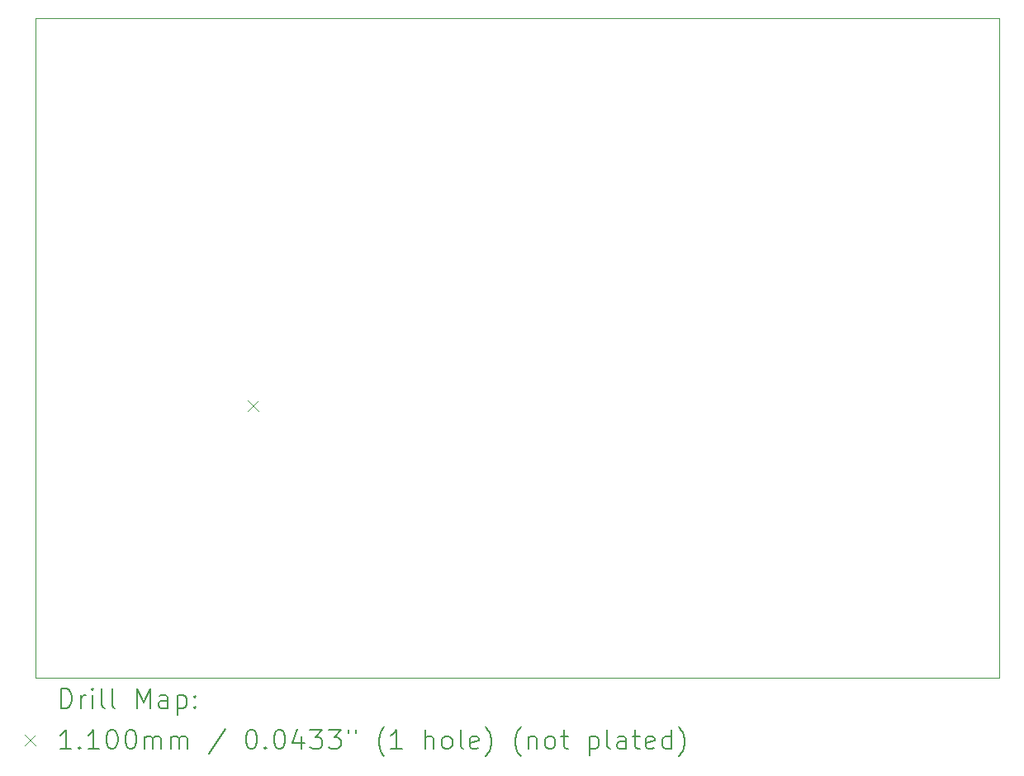
<source format=gbr>
%TF.GenerationSoftware,KiCad,Pcbnew,8.0.5*%
%TF.CreationDate,2025-06-09T19:54:07-04:00*%
%TF.ProjectId,fmcw_pcb,666d6377-5f70-4636-922e-6b696361645f,rev?*%
%TF.SameCoordinates,Original*%
%TF.FileFunction,Drillmap*%
%TF.FilePolarity,Positive*%
%FSLAX45Y45*%
G04 Gerber Fmt 4.5, Leading zero omitted, Abs format (unit mm)*
G04 Created by KiCad (PCBNEW 8.0.5) date 2025-06-09 19:54:07*
%MOMM*%
%LPD*%
G01*
G04 APERTURE LIST*
%ADD10C,0.050000*%
%ADD11C,0.200000*%
%ADD12C,0.110000*%
G04 APERTURE END LIST*
D10*
X4930000Y-7020000D02*
X14810000Y-7020000D01*
X14810000Y-13780000D01*
X4930000Y-13780000D01*
X4930000Y-7020000D01*
D11*
D12*
X7104180Y-10941000D02*
X7214180Y-11051000D01*
X7214180Y-10941000D02*
X7104180Y-11051000D01*
D11*
X5188277Y-14093984D02*
X5188277Y-13893984D01*
X5188277Y-13893984D02*
X5235896Y-13893984D01*
X5235896Y-13893984D02*
X5264467Y-13903508D01*
X5264467Y-13903508D02*
X5283515Y-13922555D01*
X5283515Y-13922555D02*
X5293039Y-13941603D01*
X5293039Y-13941603D02*
X5302563Y-13979698D01*
X5302563Y-13979698D02*
X5302563Y-14008269D01*
X5302563Y-14008269D02*
X5293039Y-14046365D01*
X5293039Y-14046365D02*
X5283515Y-14065412D01*
X5283515Y-14065412D02*
X5264467Y-14084460D01*
X5264467Y-14084460D02*
X5235896Y-14093984D01*
X5235896Y-14093984D02*
X5188277Y-14093984D01*
X5388277Y-14093984D02*
X5388277Y-13960650D01*
X5388277Y-13998746D02*
X5397801Y-13979698D01*
X5397801Y-13979698D02*
X5407324Y-13970174D01*
X5407324Y-13970174D02*
X5426372Y-13960650D01*
X5426372Y-13960650D02*
X5445420Y-13960650D01*
X5512086Y-14093984D02*
X5512086Y-13960650D01*
X5512086Y-13893984D02*
X5502563Y-13903508D01*
X5502563Y-13903508D02*
X5512086Y-13913031D01*
X5512086Y-13913031D02*
X5521610Y-13903508D01*
X5521610Y-13903508D02*
X5512086Y-13893984D01*
X5512086Y-13893984D02*
X5512086Y-13913031D01*
X5635896Y-14093984D02*
X5616848Y-14084460D01*
X5616848Y-14084460D02*
X5607324Y-14065412D01*
X5607324Y-14065412D02*
X5607324Y-13893984D01*
X5740658Y-14093984D02*
X5721610Y-14084460D01*
X5721610Y-14084460D02*
X5712086Y-14065412D01*
X5712086Y-14065412D02*
X5712086Y-13893984D01*
X5969229Y-14093984D02*
X5969229Y-13893984D01*
X5969229Y-13893984D02*
X6035896Y-14036841D01*
X6035896Y-14036841D02*
X6102562Y-13893984D01*
X6102562Y-13893984D02*
X6102562Y-14093984D01*
X6283515Y-14093984D02*
X6283515Y-13989222D01*
X6283515Y-13989222D02*
X6273991Y-13970174D01*
X6273991Y-13970174D02*
X6254943Y-13960650D01*
X6254943Y-13960650D02*
X6216848Y-13960650D01*
X6216848Y-13960650D02*
X6197801Y-13970174D01*
X6283515Y-14084460D02*
X6264467Y-14093984D01*
X6264467Y-14093984D02*
X6216848Y-14093984D01*
X6216848Y-14093984D02*
X6197801Y-14084460D01*
X6197801Y-14084460D02*
X6188277Y-14065412D01*
X6188277Y-14065412D02*
X6188277Y-14046365D01*
X6188277Y-14046365D02*
X6197801Y-14027317D01*
X6197801Y-14027317D02*
X6216848Y-14017793D01*
X6216848Y-14017793D02*
X6264467Y-14017793D01*
X6264467Y-14017793D02*
X6283515Y-14008269D01*
X6378753Y-13960650D02*
X6378753Y-14160650D01*
X6378753Y-13970174D02*
X6397801Y-13960650D01*
X6397801Y-13960650D02*
X6435896Y-13960650D01*
X6435896Y-13960650D02*
X6454943Y-13970174D01*
X6454943Y-13970174D02*
X6464467Y-13979698D01*
X6464467Y-13979698D02*
X6473991Y-13998746D01*
X6473991Y-13998746D02*
X6473991Y-14055888D01*
X6473991Y-14055888D02*
X6464467Y-14074936D01*
X6464467Y-14074936D02*
X6454943Y-14084460D01*
X6454943Y-14084460D02*
X6435896Y-14093984D01*
X6435896Y-14093984D02*
X6397801Y-14093984D01*
X6397801Y-14093984D02*
X6378753Y-14084460D01*
X6559705Y-14074936D02*
X6569229Y-14084460D01*
X6569229Y-14084460D02*
X6559705Y-14093984D01*
X6559705Y-14093984D02*
X6550182Y-14084460D01*
X6550182Y-14084460D02*
X6559705Y-14074936D01*
X6559705Y-14074936D02*
X6559705Y-14093984D01*
X6559705Y-13970174D02*
X6569229Y-13979698D01*
X6569229Y-13979698D02*
X6559705Y-13989222D01*
X6559705Y-13989222D02*
X6550182Y-13979698D01*
X6550182Y-13979698D02*
X6559705Y-13970174D01*
X6559705Y-13970174D02*
X6559705Y-13989222D01*
D12*
X4817500Y-14367500D02*
X4927500Y-14477500D01*
X4927500Y-14367500D02*
X4817500Y-14477500D01*
D11*
X5293039Y-14513984D02*
X5178753Y-14513984D01*
X5235896Y-14513984D02*
X5235896Y-14313984D01*
X5235896Y-14313984D02*
X5216848Y-14342555D01*
X5216848Y-14342555D02*
X5197801Y-14361603D01*
X5197801Y-14361603D02*
X5178753Y-14371127D01*
X5378753Y-14494936D02*
X5388277Y-14504460D01*
X5388277Y-14504460D02*
X5378753Y-14513984D01*
X5378753Y-14513984D02*
X5369229Y-14504460D01*
X5369229Y-14504460D02*
X5378753Y-14494936D01*
X5378753Y-14494936D02*
X5378753Y-14513984D01*
X5578753Y-14513984D02*
X5464467Y-14513984D01*
X5521610Y-14513984D02*
X5521610Y-14313984D01*
X5521610Y-14313984D02*
X5502563Y-14342555D01*
X5502563Y-14342555D02*
X5483515Y-14361603D01*
X5483515Y-14361603D02*
X5464467Y-14371127D01*
X5702562Y-14313984D02*
X5721610Y-14313984D01*
X5721610Y-14313984D02*
X5740658Y-14323508D01*
X5740658Y-14323508D02*
X5750182Y-14333031D01*
X5750182Y-14333031D02*
X5759705Y-14352079D01*
X5759705Y-14352079D02*
X5769229Y-14390174D01*
X5769229Y-14390174D02*
X5769229Y-14437793D01*
X5769229Y-14437793D02*
X5759705Y-14475888D01*
X5759705Y-14475888D02*
X5750182Y-14494936D01*
X5750182Y-14494936D02*
X5740658Y-14504460D01*
X5740658Y-14504460D02*
X5721610Y-14513984D01*
X5721610Y-14513984D02*
X5702562Y-14513984D01*
X5702562Y-14513984D02*
X5683515Y-14504460D01*
X5683515Y-14504460D02*
X5673991Y-14494936D01*
X5673991Y-14494936D02*
X5664467Y-14475888D01*
X5664467Y-14475888D02*
X5654943Y-14437793D01*
X5654943Y-14437793D02*
X5654943Y-14390174D01*
X5654943Y-14390174D02*
X5664467Y-14352079D01*
X5664467Y-14352079D02*
X5673991Y-14333031D01*
X5673991Y-14333031D02*
X5683515Y-14323508D01*
X5683515Y-14323508D02*
X5702562Y-14313984D01*
X5893039Y-14313984D02*
X5912086Y-14313984D01*
X5912086Y-14313984D02*
X5931134Y-14323508D01*
X5931134Y-14323508D02*
X5940658Y-14333031D01*
X5940658Y-14333031D02*
X5950182Y-14352079D01*
X5950182Y-14352079D02*
X5959705Y-14390174D01*
X5959705Y-14390174D02*
X5959705Y-14437793D01*
X5959705Y-14437793D02*
X5950182Y-14475888D01*
X5950182Y-14475888D02*
X5940658Y-14494936D01*
X5940658Y-14494936D02*
X5931134Y-14504460D01*
X5931134Y-14504460D02*
X5912086Y-14513984D01*
X5912086Y-14513984D02*
X5893039Y-14513984D01*
X5893039Y-14513984D02*
X5873991Y-14504460D01*
X5873991Y-14504460D02*
X5864467Y-14494936D01*
X5864467Y-14494936D02*
X5854943Y-14475888D01*
X5854943Y-14475888D02*
X5845420Y-14437793D01*
X5845420Y-14437793D02*
X5845420Y-14390174D01*
X5845420Y-14390174D02*
X5854943Y-14352079D01*
X5854943Y-14352079D02*
X5864467Y-14333031D01*
X5864467Y-14333031D02*
X5873991Y-14323508D01*
X5873991Y-14323508D02*
X5893039Y-14313984D01*
X6045420Y-14513984D02*
X6045420Y-14380650D01*
X6045420Y-14399698D02*
X6054943Y-14390174D01*
X6054943Y-14390174D02*
X6073991Y-14380650D01*
X6073991Y-14380650D02*
X6102563Y-14380650D01*
X6102563Y-14380650D02*
X6121610Y-14390174D01*
X6121610Y-14390174D02*
X6131134Y-14409222D01*
X6131134Y-14409222D02*
X6131134Y-14513984D01*
X6131134Y-14409222D02*
X6140658Y-14390174D01*
X6140658Y-14390174D02*
X6159705Y-14380650D01*
X6159705Y-14380650D02*
X6188277Y-14380650D01*
X6188277Y-14380650D02*
X6207324Y-14390174D01*
X6207324Y-14390174D02*
X6216848Y-14409222D01*
X6216848Y-14409222D02*
X6216848Y-14513984D01*
X6312086Y-14513984D02*
X6312086Y-14380650D01*
X6312086Y-14399698D02*
X6321610Y-14390174D01*
X6321610Y-14390174D02*
X6340658Y-14380650D01*
X6340658Y-14380650D02*
X6369229Y-14380650D01*
X6369229Y-14380650D02*
X6388277Y-14390174D01*
X6388277Y-14390174D02*
X6397801Y-14409222D01*
X6397801Y-14409222D02*
X6397801Y-14513984D01*
X6397801Y-14409222D02*
X6407324Y-14390174D01*
X6407324Y-14390174D02*
X6426372Y-14380650D01*
X6426372Y-14380650D02*
X6454943Y-14380650D01*
X6454943Y-14380650D02*
X6473991Y-14390174D01*
X6473991Y-14390174D02*
X6483515Y-14409222D01*
X6483515Y-14409222D02*
X6483515Y-14513984D01*
X6873991Y-14304460D02*
X6702563Y-14561603D01*
X7131134Y-14313984D02*
X7150182Y-14313984D01*
X7150182Y-14313984D02*
X7169229Y-14323508D01*
X7169229Y-14323508D02*
X7178753Y-14333031D01*
X7178753Y-14333031D02*
X7188277Y-14352079D01*
X7188277Y-14352079D02*
X7197801Y-14390174D01*
X7197801Y-14390174D02*
X7197801Y-14437793D01*
X7197801Y-14437793D02*
X7188277Y-14475888D01*
X7188277Y-14475888D02*
X7178753Y-14494936D01*
X7178753Y-14494936D02*
X7169229Y-14504460D01*
X7169229Y-14504460D02*
X7150182Y-14513984D01*
X7150182Y-14513984D02*
X7131134Y-14513984D01*
X7131134Y-14513984D02*
X7112086Y-14504460D01*
X7112086Y-14504460D02*
X7102563Y-14494936D01*
X7102563Y-14494936D02*
X7093039Y-14475888D01*
X7093039Y-14475888D02*
X7083515Y-14437793D01*
X7083515Y-14437793D02*
X7083515Y-14390174D01*
X7083515Y-14390174D02*
X7093039Y-14352079D01*
X7093039Y-14352079D02*
X7102563Y-14333031D01*
X7102563Y-14333031D02*
X7112086Y-14323508D01*
X7112086Y-14323508D02*
X7131134Y-14313984D01*
X7283515Y-14494936D02*
X7293039Y-14504460D01*
X7293039Y-14504460D02*
X7283515Y-14513984D01*
X7283515Y-14513984D02*
X7273991Y-14504460D01*
X7273991Y-14504460D02*
X7283515Y-14494936D01*
X7283515Y-14494936D02*
X7283515Y-14513984D01*
X7416848Y-14313984D02*
X7435896Y-14313984D01*
X7435896Y-14313984D02*
X7454944Y-14323508D01*
X7454944Y-14323508D02*
X7464467Y-14333031D01*
X7464467Y-14333031D02*
X7473991Y-14352079D01*
X7473991Y-14352079D02*
X7483515Y-14390174D01*
X7483515Y-14390174D02*
X7483515Y-14437793D01*
X7483515Y-14437793D02*
X7473991Y-14475888D01*
X7473991Y-14475888D02*
X7464467Y-14494936D01*
X7464467Y-14494936D02*
X7454944Y-14504460D01*
X7454944Y-14504460D02*
X7435896Y-14513984D01*
X7435896Y-14513984D02*
X7416848Y-14513984D01*
X7416848Y-14513984D02*
X7397801Y-14504460D01*
X7397801Y-14504460D02*
X7388277Y-14494936D01*
X7388277Y-14494936D02*
X7378753Y-14475888D01*
X7378753Y-14475888D02*
X7369229Y-14437793D01*
X7369229Y-14437793D02*
X7369229Y-14390174D01*
X7369229Y-14390174D02*
X7378753Y-14352079D01*
X7378753Y-14352079D02*
X7388277Y-14333031D01*
X7388277Y-14333031D02*
X7397801Y-14323508D01*
X7397801Y-14323508D02*
X7416848Y-14313984D01*
X7654944Y-14380650D02*
X7654944Y-14513984D01*
X7607325Y-14304460D02*
X7559706Y-14447317D01*
X7559706Y-14447317D02*
X7683515Y-14447317D01*
X7740658Y-14313984D02*
X7864467Y-14313984D01*
X7864467Y-14313984D02*
X7797801Y-14390174D01*
X7797801Y-14390174D02*
X7826372Y-14390174D01*
X7826372Y-14390174D02*
X7845420Y-14399698D01*
X7845420Y-14399698D02*
X7854944Y-14409222D01*
X7854944Y-14409222D02*
X7864467Y-14428269D01*
X7864467Y-14428269D02*
X7864467Y-14475888D01*
X7864467Y-14475888D02*
X7854944Y-14494936D01*
X7854944Y-14494936D02*
X7845420Y-14504460D01*
X7845420Y-14504460D02*
X7826372Y-14513984D01*
X7826372Y-14513984D02*
X7769229Y-14513984D01*
X7769229Y-14513984D02*
X7750182Y-14504460D01*
X7750182Y-14504460D02*
X7740658Y-14494936D01*
X7931134Y-14313984D02*
X8054944Y-14313984D01*
X8054944Y-14313984D02*
X7988277Y-14390174D01*
X7988277Y-14390174D02*
X8016848Y-14390174D01*
X8016848Y-14390174D02*
X8035896Y-14399698D01*
X8035896Y-14399698D02*
X8045420Y-14409222D01*
X8045420Y-14409222D02*
X8054944Y-14428269D01*
X8054944Y-14428269D02*
X8054944Y-14475888D01*
X8054944Y-14475888D02*
X8045420Y-14494936D01*
X8045420Y-14494936D02*
X8035896Y-14504460D01*
X8035896Y-14504460D02*
X8016848Y-14513984D01*
X8016848Y-14513984D02*
X7959706Y-14513984D01*
X7959706Y-14513984D02*
X7940658Y-14504460D01*
X7940658Y-14504460D02*
X7931134Y-14494936D01*
X8131134Y-14313984D02*
X8131134Y-14352079D01*
X8207325Y-14313984D02*
X8207325Y-14352079D01*
X8502563Y-14590174D02*
X8493039Y-14580650D01*
X8493039Y-14580650D02*
X8473991Y-14552079D01*
X8473991Y-14552079D02*
X8464468Y-14533031D01*
X8464468Y-14533031D02*
X8454944Y-14504460D01*
X8454944Y-14504460D02*
X8445420Y-14456841D01*
X8445420Y-14456841D02*
X8445420Y-14418746D01*
X8445420Y-14418746D02*
X8454944Y-14371127D01*
X8454944Y-14371127D02*
X8464468Y-14342555D01*
X8464468Y-14342555D02*
X8473991Y-14323508D01*
X8473991Y-14323508D02*
X8493039Y-14294936D01*
X8493039Y-14294936D02*
X8502563Y-14285412D01*
X8683515Y-14513984D02*
X8569230Y-14513984D01*
X8626372Y-14513984D02*
X8626372Y-14313984D01*
X8626372Y-14313984D02*
X8607325Y-14342555D01*
X8607325Y-14342555D02*
X8588277Y-14361603D01*
X8588277Y-14361603D02*
X8569230Y-14371127D01*
X8921611Y-14513984D02*
X8921611Y-14313984D01*
X9007325Y-14513984D02*
X9007325Y-14409222D01*
X9007325Y-14409222D02*
X8997801Y-14390174D01*
X8997801Y-14390174D02*
X8978753Y-14380650D01*
X8978753Y-14380650D02*
X8950182Y-14380650D01*
X8950182Y-14380650D02*
X8931134Y-14390174D01*
X8931134Y-14390174D02*
X8921611Y-14399698D01*
X9131134Y-14513984D02*
X9112087Y-14504460D01*
X9112087Y-14504460D02*
X9102563Y-14494936D01*
X9102563Y-14494936D02*
X9093039Y-14475888D01*
X9093039Y-14475888D02*
X9093039Y-14418746D01*
X9093039Y-14418746D02*
X9102563Y-14399698D01*
X9102563Y-14399698D02*
X9112087Y-14390174D01*
X9112087Y-14390174D02*
X9131134Y-14380650D01*
X9131134Y-14380650D02*
X9159706Y-14380650D01*
X9159706Y-14380650D02*
X9178753Y-14390174D01*
X9178753Y-14390174D02*
X9188277Y-14399698D01*
X9188277Y-14399698D02*
X9197801Y-14418746D01*
X9197801Y-14418746D02*
X9197801Y-14475888D01*
X9197801Y-14475888D02*
X9188277Y-14494936D01*
X9188277Y-14494936D02*
X9178753Y-14504460D01*
X9178753Y-14504460D02*
X9159706Y-14513984D01*
X9159706Y-14513984D02*
X9131134Y-14513984D01*
X9312087Y-14513984D02*
X9293039Y-14504460D01*
X9293039Y-14504460D02*
X9283515Y-14485412D01*
X9283515Y-14485412D02*
X9283515Y-14313984D01*
X9464468Y-14504460D02*
X9445420Y-14513984D01*
X9445420Y-14513984D02*
X9407325Y-14513984D01*
X9407325Y-14513984D02*
X9388277Y-14504460D01*
X9388277Y-14504460D02*
X9378753Y-14485412D01*
X9378753Y-14485412D02*
X9378753Y-14409222D01*
X9378753Y-14409222D02*
X9388277Y-14390174D01*
X9388277Y-14390174D02*
X9407325Y-14380650D01*
X9407325Y-14380650D02*
X9445420Y-14380650D01*
X9445420Y-14380650D02*
X9464468Y-14390174D01*
X9464468Y-14390174D02*
X9473992Y-14409222D01*
X9473992Y-14409222D02*
X9473992Y-14428269D01*
X9473992Y-14428269D02*
X9378753Y-14447317D01*
X9540658Y-14590174D02*
X9550182Y-14580650D01*
X9550182Y-14580650D02*
X9569230Y-14552079D01*
X9569230Y-14552079D02*
X9578753Y-14533031D01*
X9578753Y-14533031D02*
X9588277Y-14504460D01*
X9588277Y-14504460D02*
X9597801Y-14456841D01*
X9597801Y-14456841D02*
X9597801Y-14418746D01*
X9597801Y-14418746D02*
X9588277Y-14371127D01*
X9588277Y-14371127D02*
X9578753Y-14342555D01*
X9578753Y-14342555D02*
X9569230Y-14323508D01*
X9569230Y-14323508D02*
X9550182Y-14294936D01*
X9550182Y-14294936D02*
X9540658Y-14285412D01*
X9902563Y-14590174D02*
X9893039Y-14580650D01*
X9893039Y-14580650D02*
X9873992Y-14552079D01*
X9873992Y-14552079D02*
X9864468Y-14533031D01*
X9864468Y-14533031D02*
X9854944Y-14504460D01*
X9854944Y-14504460D02*
X9845420Y-14456841D01*
X9845420Y-14456841D02*
X9845420Y-14418746D01*
X9845420Y-14418746D02*
X9854944Y-14371127D01*
X9854944Y-14371127D02*
X9864468Y-14342555D01*
X9864468Y-14342555D02*
X9873992Y-14323508D01*
X9873992Y-14323508D02*
X9893039Y-14294936D01*
X9893039Y-14294936D02*
X9902563Y-14285412D01*
X9978753Y-14380650D02*
X9978753Y-14513984D01*
X9978753Y-14399698D02*
X9988277Y-14390174D01*
X9988277Y-14390174D02*
X10007325Y-14380650D01*
X10007325Y-14380650D02*
X10035896Y-14380650D01*
X10035896Y-14380650D02*
X10054944Y-14390174D01*
X10054944Y-14390174D02*
X10064468Y-14409222D01*
X10064468Y-14409222D02*
X10064468Y-14513984D01*
X10188277Y-14513984D02*
X10169230Y-14504460D01*
X10169230Y-14504460D02*
X10159706Y-14494936D01*
X10159706Y-14494936D02*
X10150182Y-14475888D01*
X10150182Y-14475888D02*
X10150182Y-14418746D01*
X10150182Y-14418746D02*
X10159706Y-14399698D01*
X10159706Y-14399698D02*
X10169230Y-14390174D01*
X10169230Y-14390174D02*
X10188277Y-14380650D01*
X10188277Y-14380650D02*
X10216849Y-14380650D01*
X10216849Y-14380650D02*
X10235896Y-14390174D01*
X10235896Y-14390174D02*
X10245420Y-14399698D01*
X10245420Y-14399698D02*
X10254944Y-14418746D01*
X10254944Y-14418746D02*
X10254944Y-14475888D01*
X10254944Y-14475888D02*
X10245420Y-14494936D01*
X10245420Y-14494936D02*
X10235896Y-14504460D01*
X10235896Y-14504460D02*
X10216849Y-14513984D01*
X10216849Y-14513984D02*
X10188277Y-14513984D01*
X10312087Y-14380650D02*
X10388277Y-14380650D01*
X10340658Y-14313984D02*
X10340658Y-14485412D01*
X10340658Y-14485412D02*
X10350182Y-14504460D01*
X10350182Y-14504460D02*
X10369230Y-14513984D01*
X10369230Y-14513984D02*
X10388277Y-14513984D01*
X10607325Y-14380650D02*
X10607325Y-14580650D01*
X10607325Y-14390174D02*
X10626373Y-14380650D01*
X10626373Y-14380650D02*
X10664468Y-14380650D01*
X10664468Y-14380650D02*
X10683515Y-14390174D01*
X10683515Y-14390174D02*
X10693039Y-14399698D01*
X10693039Y-14399698D02*
X10702563Y-14418746D01*
X10702563Y-14418746D02*
X10702563Y-14475888D01*
X10702563Y-14475888D02*
X10693039Y-14494936D01*
X10693039Y-14494936D02*
X10683515Y-14504460D01*
X10683515Y-14504460D02*
X10664468Y-14513984D01*
X10664468Y-14513984D02*
X10626373Y-14513984D01*
X10626373Y-14513984D02*
X10607325Y-14504460D01*
X10816849Y-14513984D02*
X10797801Y-14504460D01*
X10797801Y-14504460D02*
X10788277Y-14485412D01*
X10788277Y-14485412D02*
X10788277Y-14313984D01*
X10978754Y-14513984D02*
X10978754Y-14409222D01*
X10978754Y-14409222D02*
X10969230Y-14390174D01*
X10969230Y-14390174D02*
X10950182Y-14380650D01*
X10950182Y-14380650D02*
X10912087Y-14380650D01*
X10912087Y-14380650D02*
X10893039Y-14390174D01*
X10978754Y-14504460D02*
X10959706Y-14513984D01*
X10959706Y-14513984D02*
X10912087Y-14513984D01*
X10912087Y-14513984D02*
X10893039Y-14504460D01*
X10893039Y-14504460D02*
X10883515Y-14485412D01*
X10883515Y-14485412D02*
X10883515Y-14466365D01*
X10883515Y-14466365D02*
X10893039Y-14447317D01*
X10893039Y-14447317D02*
X10912087Y-14437793D01*
X10912087Y-14437793D02*
X10959706Y-14437793D01*
X10959706Y-14437793D02*
X10978754Y-14428269D01*
X11045420Y-14380650D02*
X11121611Y-14380650D01*
X11073992Y-14313984D02*
X11073992Y-14485412D01*
X11073992Y-14485412D02*
X11083515Y-14504460D01*
X11083515Y-14504460D02*
X11102563Y-14513984D01*
X11102563Y-14513984D02*
X11121611Y-14513984D01*
X11264468Y-14504460D02*
X11245420Y-14513984D01*
X11245420Y-14513984D02*
X11207325Y-14513984D01*
X11207325Y-14513984D02*
X11188277Y-14504460D01*
X11188277Y-14504460D02*
X11178754Y-14485412D01*
X11178754Y-14485412D02*
X11178754Y-14409222D01*
X11178754Y-14409222D02*
X11188277Y-14390174D01*
X11188277Y-14390174D02*
X11207325Y-14380650D01*
X11207325Y-14380650D02*
X11245420Y-14380650D01*
X11245420Y-14380650D02*
X11264468Y-14390174D01*
X11264468Y-14390174D02*
X11273992Y-14409222D01*
X11273992Y-14409222D02*
X11273992Y-14428269D01*
X11273992Y-14428269D02*
X11178754Y-14447317D01*
X11445420Y-14513984D02*
X11445420Y-14313984D01*
X11445420Y-14504460D02*
X11426373Y-14513984D01*
X11426373Y-14513984D02*
X11388277Y-14513984D01*
X11388277Y-14513984D02*
X11369230Y-14504460D01*
X11369230Y-14504460D02*
X11359706Y-14494936D01*
X11359706Y-14494936D02*
X11350182Y-14475888D01*
X11350182Y-14475888D02*
X11350182Y-14418746D01*
X11350182Y-14418746D02*
X11359706Y-14399698D01*
X11359706Y-14399698D02*
X11369230Y-14390174D01*
X11369230Y-14390174D02*
X11388277Y-14380650D01*
X11388277Y-14380650D02*
X11426373Y-14380650D01*
X11426373Y-14380650D02*
X11445420Y-14390174D01*
X11521611Y-14590174D02*
X11531134Y-14580650D01*
X11531134Y-14580650D02*
X11550182Y-14552079D01*
X11550182Y-14552079D02*
X11559706Y-14533031D01*
X11559706Y-14533031D02*
X11569230Y-14504460D01*
X11569230Y-14504460D02*
X11578753Y-14456841D01*
X11578753Y-14456841D02*
X11578753Y-14418746D01*
X11578753Y-14418746D02*
X11569230Y-14371127D01*
X11569230Y-14371127D02*
X11559706Y-14342555D01*
X11559706Y-14342555D02*
X11550182Y-14323508D01*
X11550182Y-14323508D02*
X11531134Y-14294936D01*
X11531134Y-14294936D02*
X11521611Y-14285412D01*
M02*

</source>
